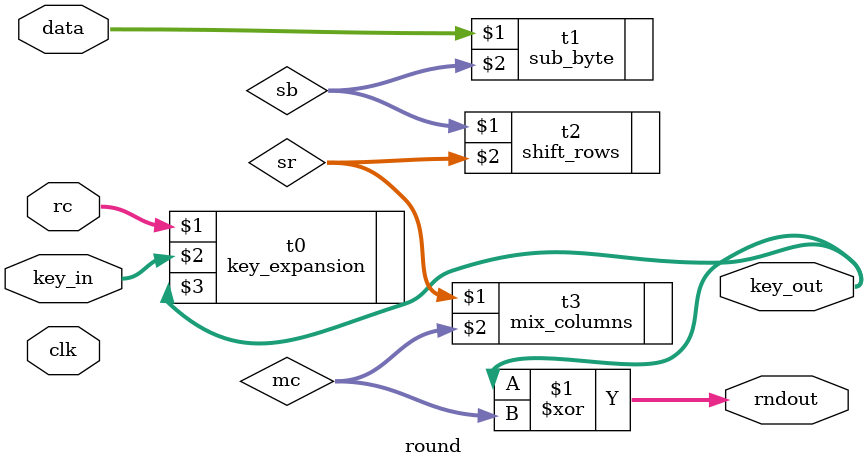
<source format=v>
`timescale 1ns / 1ps
`include "key_expansion.v"
`include "sub_byte.v"
`include "shift_rows.v"
`include "mix_columns.v"

module round(clk,rc,data,key_in,key_out,rndout);
input clk;
input [3:0]rc;
input [127:0]data;
input [127:0]key_in;
output [127:0]key_out;
output [127:0]rndout;

wire [127:0] sb,sr,mc;
//encrypts data for a given round taking round_count as input
key_expansion t0(rc,key_in,key_out);
sub_byte t1(data,sb);
shift_rows t2(sb,sr);
mix_columns t3(sr,mc);
assign rndout= key_out^mc; //addroundkey()

endmodule

</source>
